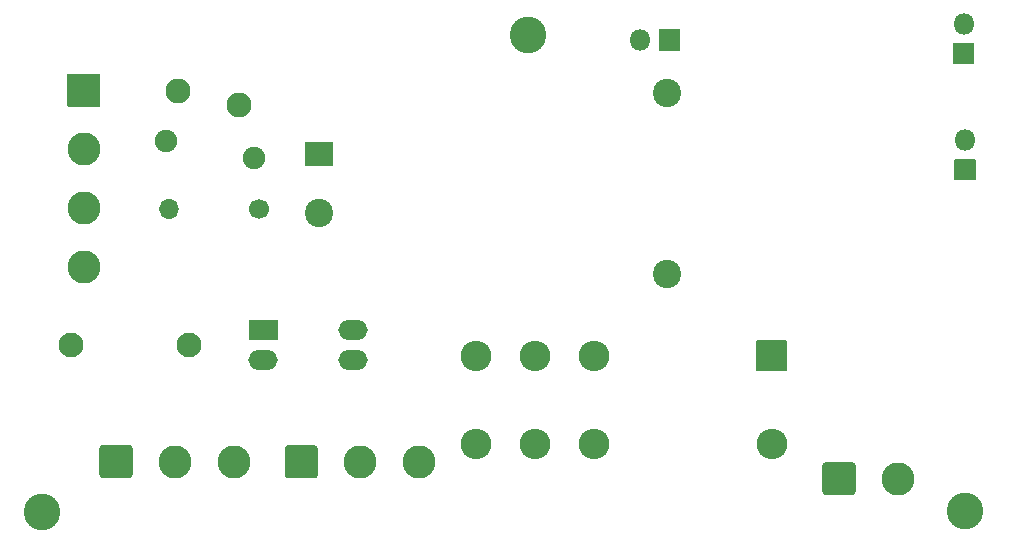
<source format=gbr>
%TF.GenerationSoftware,KiCad,Pcbnew,5.99.0-unknown-a61ea1f~102~ubuntu18.04.1*%
%TF.CreationDate,2020-07-28T16:03:15+02:00*%
%TF.ProjectId,switch,73776974-6368-42e6-9b69-6361645f7063,rev?*%
%TF.SameCoordinates,Original*%
%TF.FileFunction,Soldermask,Bot*%
%TF.FilePolarity,Negative*%
%FSLAX46Y46*%
G04 Gerber Fmt 4.6, Leading zero omitted, Abs format (unit mm)*
G04 Created by KiCad (PCBNEW 5.99.0-unknown-a61ea1f~102~ubuntu18.04.1) date 2020-07-28 16:03:15*
%MOMM*%
%LPD*%
G01*
G04 APERTURE LIST*
%ADD10C,2.110000*%
%ADD11C,3.100000*%
%ADD12O,2.600000X2.600000*%
%ADD13O,2.500000X1.700000*%
%ADD14C,1.900000*%
%ADD15C,2.400000*%
%ADD16O,1.800000X1.800000*%
%ADD17C,2.800000*%
%ADD18O,1.700000X1.700000*%
%ADD19C,1.700000*%
%ADD20C,2.100000*%
G04 APERTURE END LIST*
D10*
%TO.C,F1*%
X109606400Y-76371600D03*
X114706400Y-77571600D03*
%TD*%
D11*
%TO.C,REF\u002A\u002A*%
X98094800Y-112014000D03*
%TD*%
%TO.C,REF\u002A\u002A*%
X176212500Y-111950500D03*
%TD*%
%TO.C,REF\u002A\u002A*%
X139242800Y-71640700D03*
%TD*%
D12*
%TO.C,K1*%
X159829500Y-106306000D03*
X144829500Y-106306000D03*
X139829500Y-106306000D03*
X134829500Y-106306000D03*
X134829500Y-98806000D03*
X139829500Y-98806000D03*
X144829500Y-98806000D03*
G36*
G01*
X158581500Y-97506000D02*
X161077500Y-97506000D01*
G75*
G02*
X161129500Y-97558000I0J-52000D01*
G01*
X161129500Y-100054000D01*
G75*
G02*
X161077500Y-100106000I-52000J0D01*
G01*
X158581500Y-100106000D01*
G75*
G02*
X158529500Y-100054000I0J52000D01*
G01*
X158529500Y-97558000D01*
G75*
G02*
X158581500Y-97506000I52000J0D01*
G01*
G37*
%TD*%
D13*
%TO.C,U1*%
X124436520Y-96611015D03*
X116816520Y-99151015D03*
X124436520Y-99151015D03*
G36*
G01*
X115566520Y-97407890D02*
X115566520Y-95814140D01*
G75*
G02*
X115619645Y-95761015I53125J0D01*
G01*
X118013395Y-95761015D01*
G75*
G02*
X118066520Y-95814140I0J-53125D01*
G01*
X118066520Y-97407890D01*
G75*
G02*
X118013395Y-97461015I-53125J0D01*
G01*
X115619645Y-97461015D01*
G75*
G02*
X115566520Y-97407890I0J53125D01*
G01*
G37*
%TD*%
D14*
%TO.C,RV1*%
X116021500Y-82045000D03*
X108521500Y-80645000D03*
%TD*%
D15*
%TO.C,PS1*%
X150939000Y-91924500D03*
X121539000Y-86724500D03*
G36*
G01*
X120339000Y-82722000D02*
X120339000Y-80727000D01*
G75*
G02*
X120391500Y-80674500I52500J0D01*
G01*
X122686500Y-80674500D01*
G75*
G02*
X122739000Y-80727000I0J-52500D01*
G01*
X122739000Y-82722000D01*
G75*
G02*
X122686500Y-82774500I-52500J0D01*
G01*
X120391500Y-82774500D01*
G75*
G02*
X120339000Y-82722000I0J52500D01*
G01*
G37*
X150939000Y-76524500D03*
%TD*%
D16*
%TO.C,JP2*%
X148653500Y-72072500D03*
G36*
G01*
X150346441Y-71172500D02*
X152040559Y-71172500D01*
G75*
G02*
X152093500Y-71225441I0J-52941D01*
G01*
X152093500Y-72919559D01*
G75*
G02*
X152040559Y-72972500I-52941J0D01*
G01*
X150346441Y-72972500D01*
G75*
G02*
X150293500Y-72919559I0J52941D01*
G01*
X150293500Y-71225441D01*
G75*
G02*
X150346441Y-71172500I52941J0D01*
G01*
G37*
%TD*%
%TO.C,JP1*%
X176212500Y-80518000D03*
G36*
G01*
X177112500Y-82210941D02*
X177112500Y-83905059D01*
G75*
G02*
X177059559Y-83958000I-52941J0D01*
G01*
X175365441Y-83958000D01*
G75*
G02*
X175312500Y-83905059I0J52941D01*
G01*
X175312500Y-82210941D01*
G75*
G02*
X175365441Y-82158000I52941J0D01*
G01*
X177059559Y-82158000D01*
G75*
G02*
X177112500Y-82210941I0J-52941D01*
G01*
G37*
%TD*%
%TO.C,J8*%
X176085500Y-70675500D03*
G36*
G01*
X176985500Y-72368441D02*
X176985500Y-74062559D01*
G75*
G02*
X176932559Y-74115500I-52941J0D01*
G01*
X175238441Y-74115500D01*
G75*
G02*
X175185500Y-74062559I0J52941D01*
G01*
X175185500Y-72368441D01*
G75*
G02*
X175238441Y-72315500I52941J0D01*
G01*
X176932559Y-72315500D01*
G75*
G02*
X176985500Y-72368441I0J-52941D01*
G01*
G37*
%TD*%
D17*
%TO.C,J7*%
X101600000Y-91327000D03*
X101600000Y-86327000D03*
X101600000Y-81327000D03*
G36*
G01*
X100251852Y-74927000D02*
X102948148Y-74927000D01*
G75*
G02*
X103000000Y-74978852I0J-51852D01*
G01*
X103000000Y-77675148D01*
G75*
G02*
X102948148Y-77727000I-51852J0D01*
G01*
X100251852Y-77727000D01*
G75*
G02*
X100200000Y-77675148I0J51852D01*
G01*
X100200000Y-74978852D01*
G75*
G02*
X100251852Y-74927000I51852J0D01*
G01*
G37*
%TD*%
%TO.C,J3*%
X170544500Y-109220000D03*
G36*
G01*
X164144500Y-110360740D02*
X164144500Y-108079260D01*
G75*
G02*
X164403760Y-107820000I259260J0D01*
G01*
X166685240Y-107820000D01*
G75*
G02*
X166944500Y-108079260I0J-259260D01*
G01*
X166944500Y-110360740D01*
G75*
G02*
X166685240Y-110620000I-259260J0D01*
G01*
X164403760Y-110620000D01*
G75*
G02*
X164144500Y-110360740I0J259260D01*
G01*
G37*
%TD*%
%TO.C,J2*%
X114330500Y-107759500D03*
X109330500Y-107759500D03*
G36*
G01*
X102930500Y-108900240D02*
X102930500Y-106618760D01*
G75*
G02*
X103189760Y-106359500I259260J0D01*
G01*
X105471240Y-106359500D01*
G75*
G02*
X105730500Y-106618760I0J-259260D01*
G01*
X105730500Y-108900240D01*
G75*
G02*
X105471240Y-109159500I-259260J0D01*
G01*
X103189760Y-109159500D01*
G75*
G02*
X102930500Y-108900240I0J259260D01*
G01*
G37*
%TD*%
%TO.C,J1*%
X130015000Y-107788872D03*
X125015000Y-107788872D03*
G36*
G01*
X118615000Y-108929612D02*
X118615000Y-106648132D01*
G75*
G02*
X118874260Y-106388872I259260J0D01*
G01*
X121155740Y-106388872D01*
G75*
G02*
X121415000Y-106648132I0J-259260D01*
G01*
X121415000Y-108929612D01*
G75*
G02*
X121155740Y-109188872I-259260J0D01*
G01*
X118874260Y-109188872D01*
G75*
G02*
X118615000Y-108929612I0J259260D01*
G01*
G37*
%TD*%
D18*
%TO.C,F2*%
X108775500Y-86360000D03*
D19*
X116395500Y-86360000D03*
%TD*%
D20*
%TO.C,C2*%
X110498011Y-97917000D03*
X100498011Y-97917000D03*
%TD*%
M02*

</source>
